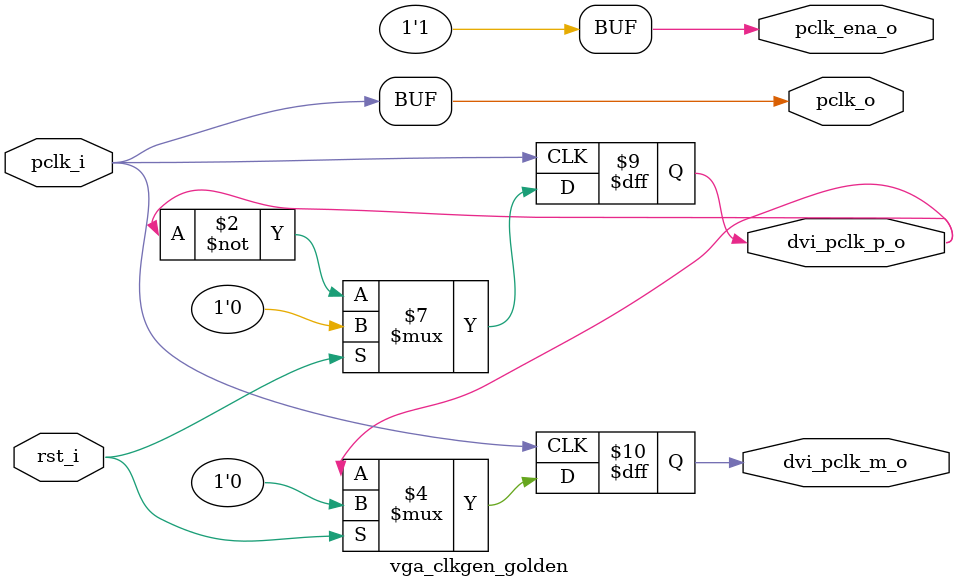
<source format=v>




//  CVS Log
//
//  $Id: vga_clkgen.v,v 1.1 2003/05/07 14:43:01 rherveille Exp $
//
//  $Date: 2003/05/07 14:43:01 $
//  $Revision: 1.1 $
//  $Author: rherveille $
//  $Locker:  $
//  $State: Exp $
//
// Change History:
//               $Log: vga_clkgen.v,v $
//               Revision 1.1  2003/05/07 14:43:01  rherveille
//               Initial release.
//
//

//synopsys translate_off
`include "timescale.v"
//synopsys translate_on

`include "vga_defines.v"

module vga_clkgen_golden (
	pclk_i, rst_i, pclk_o, dvi_pclk_p_o, dvi_pclk_m_o, pclk_ena_o
);

	// inputs & outputs

	input  pclk_i;       // pixel clock in
	input  rst_i;        // reset input

	output pclk_o;       // pixel clock out

	output dvi_pclk_p_o; // dvi cpclk+ output
	output dvi_pclk_m_o; // dvi cpclk- output

	output pclk_ena_o;   // pixel clock enable output

	//
	// variable declarations
	//
	reg dvi_pclk_p_o;
	reg dvi_pclk_m_o;

	//////////////////////////////////
	//
	// module body
	//

	// These should be registers in or near IO buffers
	always @(posedge pclk_i)
	  if (rst_i) begin
	    dvi_pclk_p_o <= #1 1'b0;
	    dvi_pclk_m_o <= #1 1'b0;
	  end else begin
	    dvi_pclk_p_o <= #1 ~dvi_pclk_p_o;
	    dvi_pclk_m_o <= #1 dvi_pclk_p_o;
	  end


/* -----\/----- EXCLUDED -----\/-----
`ifdef VGA_12BIT_DVI
	// DVI circuit
	// pixel clock is half of the input pixel clock

	reg pclk_o, pclk_ena_o;

	always @(posedge pclk_i)
	  if (rst_i)
	    pclk_o <= #1 1'b0;
	  else
	    pclk_o <= #1 ~pclk_o;

	always @(posedge pclk_i)
	  if (rst_i)
	    pclk_ena_o <= #1 1'b1;
	  else
	    pclk_ena_o <= #1 ~pclk_ena_o;

`else
 -----/\----- EXCLUDED -----/\----- */
	// No DVI circuit
	// Simply reroute the pixel clock input

	assign pclk_o     = pclk_i;
	assign pclk_ena_o = 1'b1;
//`endif

endmodule


</source>
